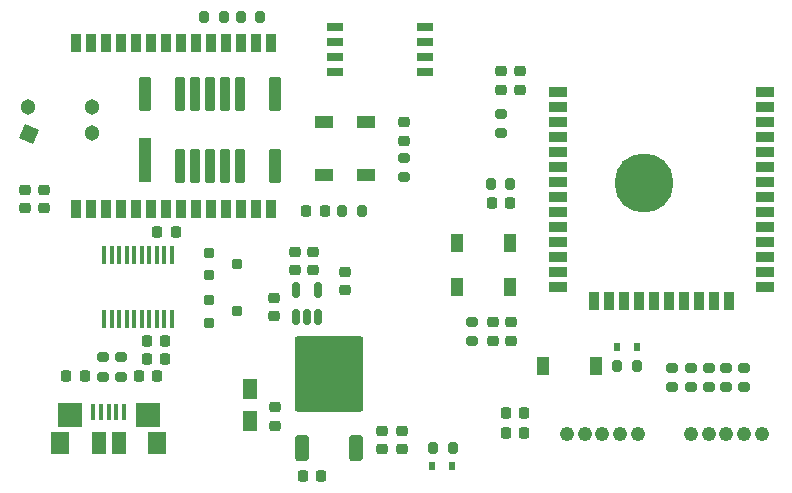
<source format=gts>
G04 #@! TF.GenerationSoftware,KiCad,Pcbnew,9.0.2*
G04 #@! TF.CreationDate,2025-06-18T11:41:48+09:00*
G04 #@! TF.ProjectId,Work,576f726b-2e6b-4696-9361-645f70636258,rev?*
G04 #@! TF.SameCoordinates,PX4cc5520PY8e93060*
G04 #@! TF.FileFunction,Soldermask,Top*
G04 #@! TF.FilePolarity,Negative*
%FSLAX46Y46*%
G04 Gerber Fmt 4.6, Leading zero omitted, Abs format (unit mm)*
G04 Created by KiCad (PCBNEW 9.0.2) date 2025-06-18 11:41:48*
%MOMM*%
%LPD*%
G01*
G04 APERTURE LIST*
G04 Aperture macros list*
%AMRoundRect*
0 Rectangle with rounded corners*
0 $1 Rounding radius*
0 $2 $3 $4 $5 $6 $7 $8 $9 X,Y pos of 4 corners*
0 Add a 4 corners polygon primitive as box body*
4,1,4,$2,$3,$4,$5,$6,$7,$8,$9,$2,$3,0*
0 Add four circle primitives for the rounded corners*
1,1,$1+$1,$2,$3*
1,1,$1+$1,$4,$5*
1,1,$1+$1,$6,$7*
1,1,$1+$1,$8,$9*
0 Add four rect primitives between the rounded corners*
20,1,$1+$1,$2,$3,$4,$5,0*
20,1,$1+$1,$4,$5,$6,$7,0*
20,1,$1+$1,$6,$7,$8,$9,0*
20,1,$1+$1,$8,$9,$2,$3,0*%
G04 Aperture macros list end*
%ADD10RoundRect,0.225000X-0.225000X-0.250000X0.225000X-0.250000X0.225000X0.250000X-0.225000X0.250000X0*%
%ADD11RoundRect,0.200000X0.275000X-0.200000X0.275000X0.200000X-0.275000X0.200000X-0.275000X-0.200000X0*%
%ADD12RoundRect,0.200000X-0.250000X-0.200000X0.250000X-0.200000X0.250000X0.200000X-0.250000X0.200000X0*%
%ADD13C,0.001000*%
%ADD14R,1.050000X1.600000*%
%ADD15R,1.600000X1.050000*%
%ADD16RoundRect,0.200000X0.200000X0.275000X-0.200000X0.275000X-0.200000X-0.275000X0.200000X-0.275000X0*%
%ADD17RoundRect,0.225000X-0.250000X0.225000X-0.250000X-0.225000X0.250000X-0.225000X0.250000X0.225000X0*%
%ADD18R,1.425000X0.750000*%
%ADD19RoundRect,0.225000X0.250000X-0.225000X0.250000X0.225000X-0.250000X0.225000X-0.250000X-0.225000X0*%
%ADD20RoundRect,0.200000X-0.275000X0.200000X-0.275000X-0.200000X0.275000X-0.200000X0.275000X0.200000X0*%
%ADD21RoundRect,0.200000X-0.200000X-0.275000X0.200000X-0.275000X0.200000X0.275000X-0.200000X0.275000X0*%
%ADD22RoundRect,0.225000X0.225000X0.250000X-0.225000X0.250000X-0.225000X-0.250000X0.225000X-0.250000X0*%
%ADD23R,0.838200X1.600200*%
%ADD24R,0.400000X1.526000*%
%ADD25R,0.600000X0.800000*%
%ADD26R,0.400000X1.350000*%
%ADD27R,1.600000X1.900000*%
%ADD28R,2.100000X2.000000*%
%ADD29R,1.200000X1.900000*%
%ADD30RoundRect,0.102000X-0.400000X-1.800000X0.400000X-1.800000X0.400000X1.800000X-0.400000X1.800000X0*%
%ADD31RoundRect,0.102000X-0.350000X-1.300000X0.350000X-1.300000X0.350000X1.300000X-0.350000X1.300000X0*%
%ADD32RoundRect,0.102000X-0.400000X-1.300000X0.400000X-1.300000X0.400000X1.300000X-0.400000X1.300000X0*%
%ADD33RoundRect,0.102000X0.303917X-0.715985X0.715985X0.303917X-0.303917X0.715985X-0.715985X-0.303917X0*%
%ADD34C,1.304000*%
%ADD35RoundRect,0.250000X0.350000X-0.850000X0.350000X0.850000X-0.350000X0.850000X-0.350000X-0.850000X0*%
%ADD36RoundRect,0.249997X2.650003X-2.950003X2.650003X2.950003X-2.650003X2.950003X-2.650003X-2.950003X0*%
%ADD37C,1.244600*%
%ADD38RoundRect,0.150000X0.150000X-0.512500X0.150000X0.512500X-0.150000X0.512500X-0.150000X-0.512500X0*%
%ADD39R,1.250000X1.750000*%
%ADD40R,1.500000X0.900000*%
%ADD41R,0.900000X1.500000*%
%ADD42C,5.000000*%
%ADD43R,0.900000X0.900000*%
G04 APERTURE END LIST*
D10*
X14425000Y13400000D03*
X15975000Y13400000D03*
D11*
X36200000Y27275000D03*
X36200000Y28925000D03*
X42000000Y13375000D03*
X42000000Y15025000D03*
D12*
X19700000Y20850000D03*
X19700000Y18950000D03*
X22100000Y19900000D03*
D13*
X50200000Y12200000D03*
X50200000Y10400000D03*
D14*
X47975000Y11300000D03*
X52425000Y11300000D03*
D13*
X32100000Y29700000D03*
X33900000Y29700000D03*
D15*
X33000000Y27475000D03*
X33000000Y31925000D03*
D10*
X13725000Y10400000D03*
X15275000Y10400000D03*
D16*
X24025000Y40800000D03*
X22375000Y40800000D03*
D12*
X19700000Y16850000D03*
X19700000Y14950000D03*
X22100000Y15900000D03*
D13*
X28500000Y29700000D03*
X30300000Y29700000D03*
D15*
X29400000Y27475000D03*
X29400000Y31925000D03*
D11*
X58900000Y9475000D03*
X58900000Y11125000D03*
D17*
X31200000Y19275000D03*
X31200000Y17725000D03*
D18*
X38012000Y36195000D03*
X38012000Y37465000D03*
X38012000Y38735000D03*
X38012000Y40005000D03*
X30388000Y40005000D03*
X30388000Y38735000D03*
X30388000Y37465000D03*
X30388000Y36195000D03*
D10*
X44825000Y5600000D03*
X46375000Y5600000D03*
D19*
X4100000Y24625000D03*
X4100000Y26175000D03*
D10*
X15325000Y22600000D03*
X16875000Y22600000D03*
D19*
X25300000Y6225000D03*
X25300000Y7775000D03*
X45300000Y13425000D03*
X45300000Y14975000D03*
D20*
X65000000Y11125000D03*
X65000000Y9475000D03*
D17*
X46000000Y36225000D03*
X46000000Y34675000D03*
D21*
X19275000Y40800000D03*
X20925000Y40800000D03*
D13*
X42950000Y20800000D03*
X42950000Y22600000D03*
D14*
X45175000Y21700000D03*
X40725000Y21700000D03*
D22*
X29175000Y2000000D03*
X27625000Y2000000D03*
D23*
X8445000Y24589600D03*
X9715000Y24589600D03*
X10985000Y24589600D03*
X12255000Y24589600D03*
X13525000Y24589600D03*
X14795000Y24589600D03*
X16065000Y24589600D03*
X17335000Y24589600D03*
X18605000Y24589600D03*
X19875000Y24589600D03*
X21145000Y24589600D03*
X22415000Y24589600D03*
X23685000Y24589600D03*
X24955000Y24589600D03*
X24955000Y38610400D03*
X23685000Y38610400D03*
X22415000Y38610400D03*
X21145000Y38610400D03*
X19875000Y38610400D03*
X18605000Y38610400D03*
X17335000Y38610400D03*
X16065000Y38610400D03*
X14795000Y38610400D03*
X13525000Y38610400D03*
X12255000Y38610400D03*
X10985000Y38610400D03*
X9715000Y38610400D03*
X8445000Y38610400D03*
D10*
X43625000Y25100000D03*
X45175000Y25100000D03*
D20*
X10700000Y12025000D03*
X10700000Y10375000D03*
D17*
X43700000Y14975000D03*
X43700000Y13425000D03*
D20*
X62000000Y11125000D03*
X62000000Y9475000D03*
D24*
X16558000Y20712000D03*
X15922000Y20712000D03*
X15288000Y20712000D03*
X14652000Y20712000D03*
X14018000Y20712000D03*
X13382000Y20712000D03*
X12748000Y20712000D03*
X12112000Y20712000D03*
X11478000Y20712000D03*
X10842000Y20712000D03*
X10842000Y15288000D03*
X11478000Y15288000D03*
X12112000Y15288000D03*
X12748000Y15288000D03*
X13382000Y15288000D03*
X14018000Y15288000D03*
X14652000Y15288000D03*
X15288000Y15288000D03*
X15922000Y15288000D03*
X16558000Y15288000D03*
D25*
X38600000Y2800000D03*
X40300000Y2800000D03*
D20*
X63500000Y11125000D03*
X63500000Y9475000D03*
D21*
X38675000Y4300000D03*
X40325000Y4300000D03*
D17*
X44400000Y36225000D03*
X44400000Y34675000D03*
X36000000Y5775000D03*
X36000000Y4225000D03*
D16*
X32625000Y24400000D03*
X30975000Y24400000D03*
D26*
X12500000Y7425000D03*
X11850000Y7425000D03*
X11200000Y7425000D03*
X10550000Y7425000D03*
D27*
X7100000Y4750000D03*
D28*
X7900000Y7100000D03*
D26*
X9900000Y7425000D03*
D29*
X10350000Y4750000D03*
X12050000Y4750000D03*
D28*
X14500000Y7100000D03*
D27*
X15300000Y4750000D03*
D20*
X44400000Y32625000D03*
X44400000Y30975000D03*
D30*
X14300000Y28750000D03*
D31*
X17260000Y28250000D03*
X18530000Y28250000D03*
X19800000Y28250000D03*
X21070000Y28250000D03*
X22340000Y28250000D03*
D32*
X25300000Y28250000D03*
X25300000Y34350000D03*
D31*
X22340000Y34350000D03*
X21070000Y34350000D03*
X19800000Y34350000D03*
X18530000Y34350000D03*
X17260000Y34350000D03*
D32*
X14300000Y34350000D03*
D33*
X4412129Y30959066D03*
D34*
X9807377Y31006149D03*
X9787871Y33240934D03*
X4392623Y33193851D03*
D13*
X42950000Y17100000D03*
X42950000Y18900000D03*
D14*
X45175000Y18000000D03*
X40725000Y18000000D03*
D35*
X27592500Y4300000D03*
D36*
X29872500Y10600000D03*
D35*
X32152500Y4300000D03*
D10*
X14425000Y11900000D03*
X15975000Y11900000D03*
D21*
X43525000Y26700000D03*
X45175000Y26700000D03*
D17*
X25200000Y17075000D03*
X25200000Y15525000D03*
X36200000Y31925000D03*
X36200000Y30375000D03*
D16*
X55925000Y11300000D03*
X54275000Y11300000D03*
D19*
X5700000Y24625000D03*
X5700000Y26175000D03*
D20*
X12200000Y12025000D03*
X12200000Y10375000D03*
D22*
X9175000Y10400000D03*
X7625000Y10400000D03*
D20*
X60500000Y11125000D03*
X60500000Y9475000D03*
D22*
X29475000Y24400000D03*
X27925000Y24400000D03*
D17*
X27000000Y20975000D03*
X27000000Y19425000D03*
D37*
X60500002Y5500000D03*
X62000002Y5500000D03*
X63500001Y5500000D03*
X65000001Y5500000D03*
X66500000Y5500000D03*
D25*
X54250000Y12900000D03*
X55950000Y12900000D03*
D38*
X27050000Y15462500D03*
X28000000Y15462500D03*
X28950000Y15462500D03*
X28950000Y17737500D03*
X27050000Y17737500D03*
D39*
X23200000Y6650000D03*
X23200000Y9350000D03*
D17*
X34300000Y5775000D03*
X34300000Y4225000D03*
X28500000Y20975000D03*
X28500000Y19425000D03*
D37*
X50000002Y5487300D03*
X51500002Y5487300D03*
X53000001Y5487300D03*
X54500001Y5487300D03*
X56000000Y5487300D03*
D40*
X49250000Y34510000D03*
X49250000Y33240000D03*
X49250000Y31970000D03*
X49250000Y30700000D03*
X49250000Y29430000D03*
X49250000Y28160000D03*
X49250000Y26890000D03*
X49250000Y25620000D03*
X49250000Y24350000D03*
X49250000Y23080000D03*
X49250000Y21810000D03*
X49250000Y20540000D03*
X49250000Y19270000D03*
X49250000Y18000000D03*
D41*
X52290000Y16750000D03*
X53560000Y16750000D03*
X54830000Y16750000D03*
X56100000Y16750000D03*
X57370000Y16750000D03*
X58640000Y16750000D03*
X59910000Y16750000D03*
X61180000Y16750000D03*
X62450000Y16750000D03*
X63720000Y16750000D03*
D40*
X66750000Y18000000D03*
X66750000Y19270000D03*
X66750000Y20540000D03*
X66750000Y21810000D03*
X66750000Y23080000D03*
X66750000Y24350000D03*
X66750000Y25620000D03*
X66750000Y26890000D03*
X66750000Y28160000D03*
X66750000Y29430000D03*
X66750000Y30700000D03*
X66750000Y31970000D03*
X66750000Y33240000D03*
X66750000Y34510000D03*
D42*
X56500000Y26790000D03*
D43*
X56500000Y25390000D03*
X57900000Y25390000D03*
X57900000Y26790000D03*
X57900000Y28190000D03*
X56500000Y28190000D03*
X55100000Y28190000D03*
X55100000Y26790000D03*
X55100000Y25390000D03*
D10*
X44825000Y7300000D03*
X46375000Y7300000D03*
M02*

</source>
